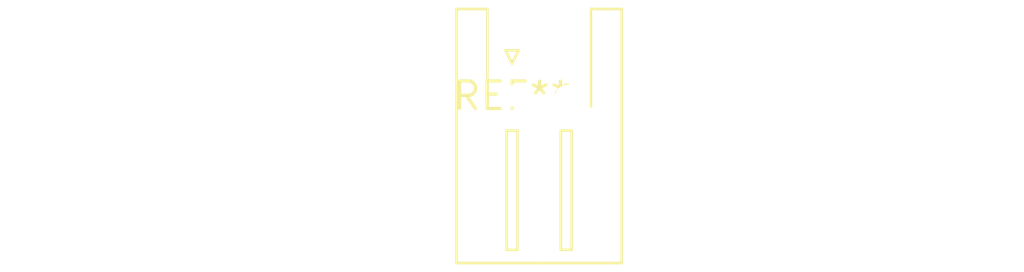
<source format=kicad_pcb>
(kicad_pcb (version 20240108) (generator pcbnew)
  (layers (0 "F.Cu" signal) (31 "B.Cu" signal) (34 "B.Paste" user) (35 "F.Paste" user) (36 "B.SilkS" user "B.Silkscreen") (37 "F.SilkS" user "F.Silkscreen") (38 "B.Mask" user) (39 "F.Mask" user) (44 "Edge.Cuts" user))
  (net 0 "")
  (footprint "JST_XH_S2B-XH-A-1_1x02_P2.50mm_Horizontal" (layer "F.Cu") (at 0 0)
    (property "Reference" "REF**")
    (property "Value" "JST_XH_S2B-XH-A-1_1x02_P2.50mm_Horizontal")
    (fp_line (start -2.56 -4.01) (end -1.14 -4.01) (layer "F.SilkS") (stroke (width 0.12)))
    (fp_line (start -2.56 7.71) (end -2.56 -4.01) (layer "F.SilkS") (stroke (width 0.12)))
    (fp_line (start -1.14 -4.01) (end -1.14 0.49) (layer "F.SilkS") (stroke (width 0.12)))
    (fp_line (start -0.3 -2.1) (end 0.3 -2.1) (layer "F.SilkS") (stroke (width 0.12)))
    (fp_line (start -0.25 1.6) (end -0.25 7.1) (layer "F.SilkS") (stroke (width 0.12)))
    (fp_line (start -0.25 7.1) (end 0.25 7.1) (layer "F.SilkS") (stroke (width 0.12)))
    (fp_line (start 0 -1.5) (end -0.3 -2.1) (layer "F.SilkS") (stroke (width 0.12)))
    (fp_line (start 0.25 1.6) (end -0.25 1.6) (layer "F.SilkS") (stroke (width 0.12)))
    (fp_line (start 0.25 7.1) (end 0.25 1.6) (layer "F.SilkS") (stroke (width 0.12)))
    (fp_line (start 0.3 -2.1) (end 0 -1.5) (layer "F.SilkS") (stroke (width 0.12)))
    (fp_line (start 1.25 7.71) (end -2.56 7.71) (layer "F.SilkS") (stroke (width 0.12)))
    (fp_line (start 1.25 7.71) (end 5.06 7.71) (layer "F.SilkS") (stroke (width 0.12)))
    (fp_line (start 2.25 1.6) (end 2.25 7.1) (layer "F.SilkS") (stroke (width 0.12)))
    (fp_line (start 2.25 7.1) (end 2.75 7.1) (layer "F.SilkS") (stroke (width 0.12)))
    (fp_line (start 2.75 1.6) (end 2.25 1.6) (layer "F.SilkS") (stroke (width 0.12)))
    (fp_line (start 2.75 7.1) (end 2.75 1.6) (layer "F.SilkS") (stroke (width 0.12)))
    (fp_line (start 3.64 -4.01) (end 3.64 0.49) (layer "F.SilkS") (stroke (width 0.12)))
    (fp_line (start 5.06 -4.01) (end 3.64 -4.01) (layer "F.SilkS") (stroke (width 0.12)))
    (fp_line (start 5.06 7.71) (end 5.06 -4.01) (layer "F.SilkS") (stroke (width 0.12)))
    (pad "1" thru_hole roundrect (at 0 0) (size 1.7 2) (drill 1) (layers *.Cu *.Mask) (remove_unused_layers) (roundrect_rratio 0.147059))
    (pad "2" thru_hole oval (at 2.5 0) (size 1.7 2) (drill 1) (layers *.Cu *.Mask) (remove_unused_layers))
  )
)
</source>
